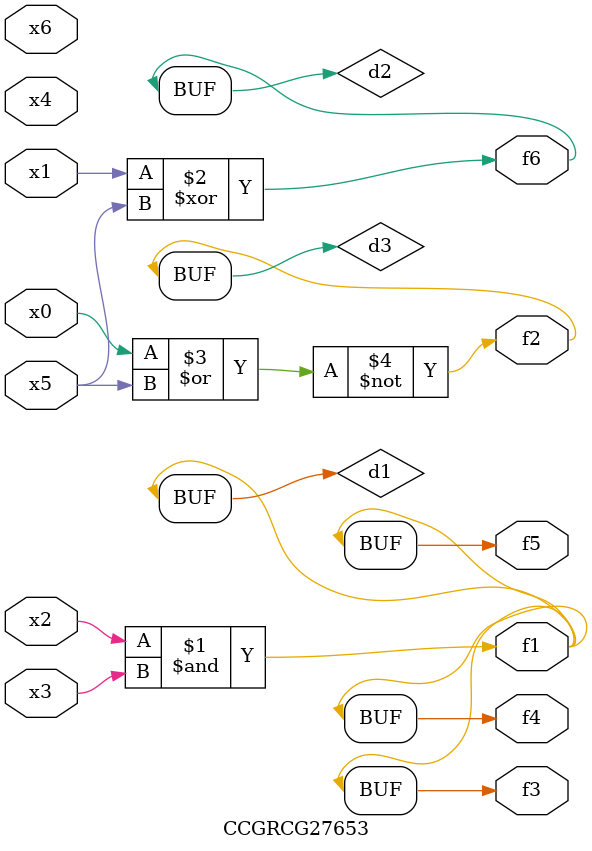
<source format=v>
module CCGRCG27653(
	input x0, x1, x2, x3, x4, x5, x6,
	output f1, f2, f3, f4, f5, f6
);

	wire d1, d2, d3;

	and (d1, x2, x3);
	xor (d2, x1, x5);
	nor (d3, x0, x5);
	assign f1 = d1;
	assign f2 = d3;
	assign f3 = d1;
	assign f4 = d1;
	assign f5 = d1;
	assign f6 = d2;
endmodule

</source>
